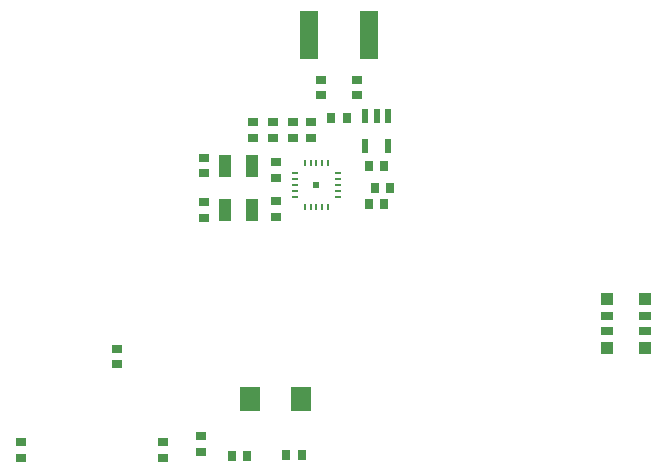
<source format=gbp>
G75*
%MOIN*%
%OFA0B0*%
%FSLAX24Y24*%
%IPPOS*%
%LPD*%
%AMOC8*
5,1,8,0,0,1.08239X$1,22.5*
%
%ADD10R,0.0700X0.0800*%
%ADD11R,0.0276X0.0354*%
%ADD12R,0.0354X0.0276*%
%ADD13R,0.0600X0.1600*%
%ADD14R,0.0217X0.0472*%
%ADD15R,0.0433X0.0748*%
%ADD16R,0.0197X0.0197*%
%ADD17R,0.0080X0.0190*%
%ADD18R,0.0190X0.0080*%
%ADD19R,0.0413X0.0429*%
%ADD20R,0.0413X0.0280*%
D10*
X013581Y003951D03*
X015281Y003951D03*
D11*
X015317Y002100D03*
X014805Y002100D03*
X013506Y002061D03*
X012994Y002061D03*
X017561Y010447D03*
X018073Y010447D03*
X018270Y010998D03*
X017758Y010998D03*
X017561Y011706D03*
X018073Y011706D03*
X016813Y013321D03*
X016301Y013321D03*
D12*
X005967Y002002D03*
X005967Y002514D03*
X009156Y005112D03*
X009156Y005624D03*
X011951Y002710D03*
X011951Y002199D03*
X010691Y002002D03*
X010691Y002514D03*
X012069Y009994D03*
X012069Y010506D03*
X012069Y011490D03*
X012069Y012002D03*
X013683Y012671D03*
X013683Y013183D03*
X014352Y013183D03*
X014352Y012671D03*
X015022Y012671D03*
X015612Y012671D03*
X015612Y013183D03*
X015022Y013183D03*
X015967Y014088D03*
X015967Y014600D03*
X017148Y014600D03*
X017148Y014088D03*
X014471Y011844D03*
X014471Y011332D03*
X014471Y010545D03*
X014471Y010033D03*
D13*
X015573Y016077D03*
X017573Y016077D03*
D14*
X017443Y013399D03*
X017817Y013399D03*
X018191Y013399D03*
X018191Y012376D03*
X017443Y012376D03*
D15*
X013663Y011726D03*
X012758Y011726D03*
X012758Y010269D03*
X013663Y010269D03*
D16*
X015809Y011077D03*
D17*
X015809Y011807D03*
X015614Y011807D03*
X015414Y011807D03*
X016004Y011807D03*
X016204Y011807D03*
X016204Y010347D03*
X016004Y010347D03*
X015809Y010347D03*
X015614Y010347D03*
X015414Y010347D03*
D18*
X015079Y010682D03*
X015079Y010882D03*
X015079Y011077D03*
X015079Y011272D03*
X015079Y011472D03*
X016539Y011472D03*
X016539Y011272D03*
X016539Y011077D03*
X016539Y010882D03*
X016539Y010682D03*
D19*
X025484Y007301D03*
X026764Y007301D03*
X026764Y005640D03*
X025484Y005640D03*
D20*
X025484Y006218D03*
X025484Y006718D03*
X026764Y006718D03*
X026764Y006218D03*
M02*

</source>
